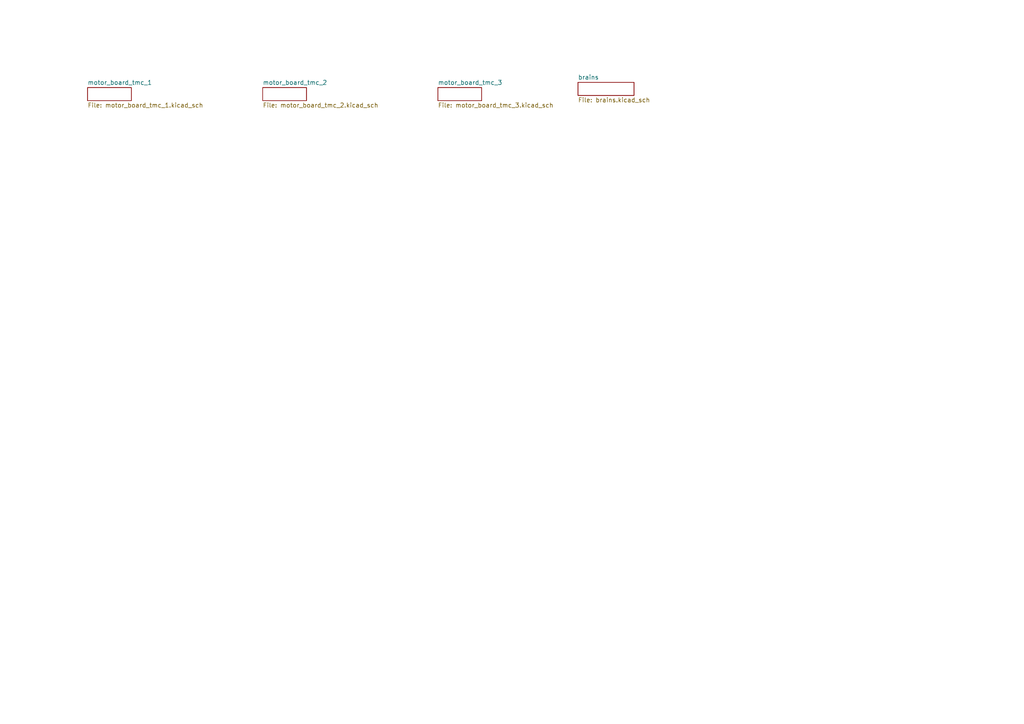
<source format=kicad_sch>
(kicad_sch
	(version 20250114)
	(generator "eeschema")
	(generator_version "9.0")
	(uuid "aa847544-f7c3-4c85-ab14-e7190378ac87")
	(paper "A4")
	(lib_symbols)
	(sheet
		(at 127 25.4)
		(size 12.7 3.81)
		(exclude_from_sim no)
		(in_bom yes)
		(on_board yes)
		(dnp no)
		(fields_autoplaced yes)
		(stroke
			(width 0)
			(type solid)
		)
		(fill
			(color 0 0 0 0.0000)
		)
		(uuid "3b54529e-601a-4a5c-bd9d-945f3dda2d4e")
		(property "Sheetname" "motor_board_tmc_3"
			(at 127 24.6884 0)
			(effects
				(font
					(size 1.27 1.27)
				)
				(justify left bottom)
			)
		)
		(property "Sheetfile" "motor_board_tmc_3.kicad_sch"
			(at 127 29.7946 0)
			(effects
				(font
					(size 1.27 1.27)
				)
				(justify left top)
			)
		)
		(instances
			(project "fsim_ff"
				(path "/aa847544-f7c3-4c85-ab14-e7190378ac87"
					(page "3")
				)
			)
		)
	)
	(sheet
		(at 76.2 25.4)
		(size 12.7 3.81)
		(exclude_from_sim no)
		(in_bom yes)
		(on_board yes)
		(dnp no)
		(fields_autoplaced yes)
		(stroke
			(width 0)
			(type solid)
		)
		(fill
			(color 0 0 0 0.0000)
		)
		(uuid "3c500fc5-dee2-4a19-93e2-92a59f2edb2b")
		(property "Sheetname" "motor_board_tmc_2"
			(at 76.2 24.6884 0)
			(effects
				(font
					(size 1.27 1.27)
				)
				(justify left bottom)
			)
		)
		(property "Sheetfile" "motor_board_tmc_2.kicad_sch"
			(at 76.2 29.7946 0)
			(effects
				(font
					(size 1.27 1.27)
				)
				(justify left top)
			)
		)
		(instances
			(project "fsim_ff"
				(path "/aa847544-f7c3-4c85-ab14-e7190378ac87"
					(page "2")
				)
			)
		)
	)
	(sheet
		(at 167.64 23.876)
		(size 16.256 3.81)
		(exclude_from_sim no)
		(in_bom yes)
		(on_board yes)
		(dnp no)
		(fields_autoplaced yes)
		(stroke
			(width 0.1524)
			(type solid)
		)
		(fill
			(color 0 0 0 0.0000)
		)
		(uuid "5b8239be-3acb-480d-b68c-3ddc98dc2fa1")
		(property "Sheetname" "brains"
			(at 167.64 23.1644 0)
			(effects
				(font
					(size 1.27 1.27)
				)
				(justify left bottom)
			)
		)
		(property "Sheetfile" "brains.kicad_sch"
			(at 167.64 28.2706 0)
			(effects
				(font
					(size 1.27 1.27)
				)
				(justify left top)
			)
		)
		(instances
			(project "fsim_ff"
				(path "/aa847544-f7c3-4c85-ab14-e7190378ac87"
					(page "5")
				)
			)
		)
	)
	(sheet
		(at 25.4 25.4)
		(size 12.7 3.81)
		(exclude_from_sim no)
		(in_bom yes)
		(on_board yes)
		(dnp no)
		(fields_autoplaced yes)
		(stroke
			(width 0)
			(type solid)
		)
		(fill
			(color 0 0 0 0.0000)
		)
		(uuid "9ba6eb33-b9b4-4ffb-a0a4-9bdfa5f117d9")
		(property "Sheetname" "motor_board_tmc_1"
			(at 25.4 24.6884 0)
			(effects
				(font
					(size 1.27 1.27)
				)
				(justify left bottom)
			)
		)
		(property "Sheetfile" "motor_board_tmc_1.kicad_sch"
			(at 25.4 29.7946 0)
			(effects
				(font
					(size 1.27 1.27)
				)
				(justify left top)
			)
		)
		(instances
			(project "fsim_ff"
				(path "/aa847544-f7c3-4c85-ab14-e7190378ac87"
					(page "1")
				)
			)
		)
	)
	(sheet_instances
		(path "/"
			(page "1")
		)
	)
	(embedded_fonts no)
)

</source>
